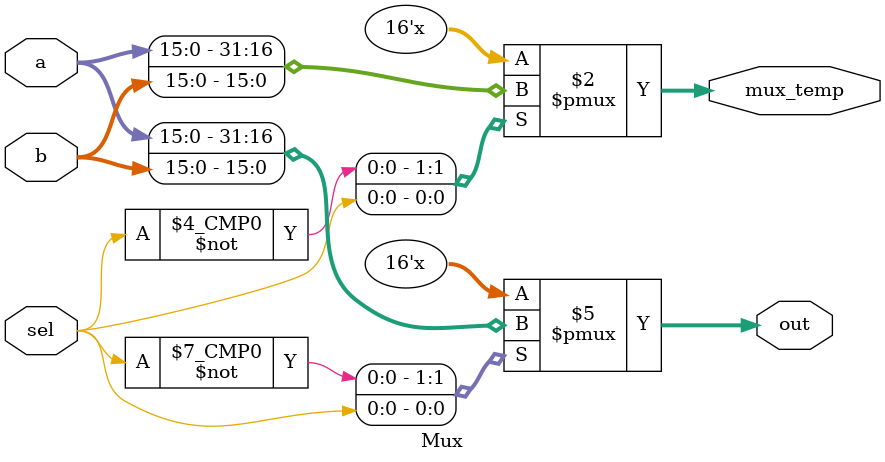
<source format=v>
`timescale 1ns / 1ps
module Mux(
    input [15:0] a,b,
    input wire sel,
    output reg [15:0] out,
    output reg [15:0] mux_temp
    ); 
always @ (a or b or sel)
    begin
        case (sel)
            1'b0: begin out = a; mux_temp = a; end
            1'b1: begin out = b; mux_temp = b; end
        endcase        
    end
endmodule
</source>
